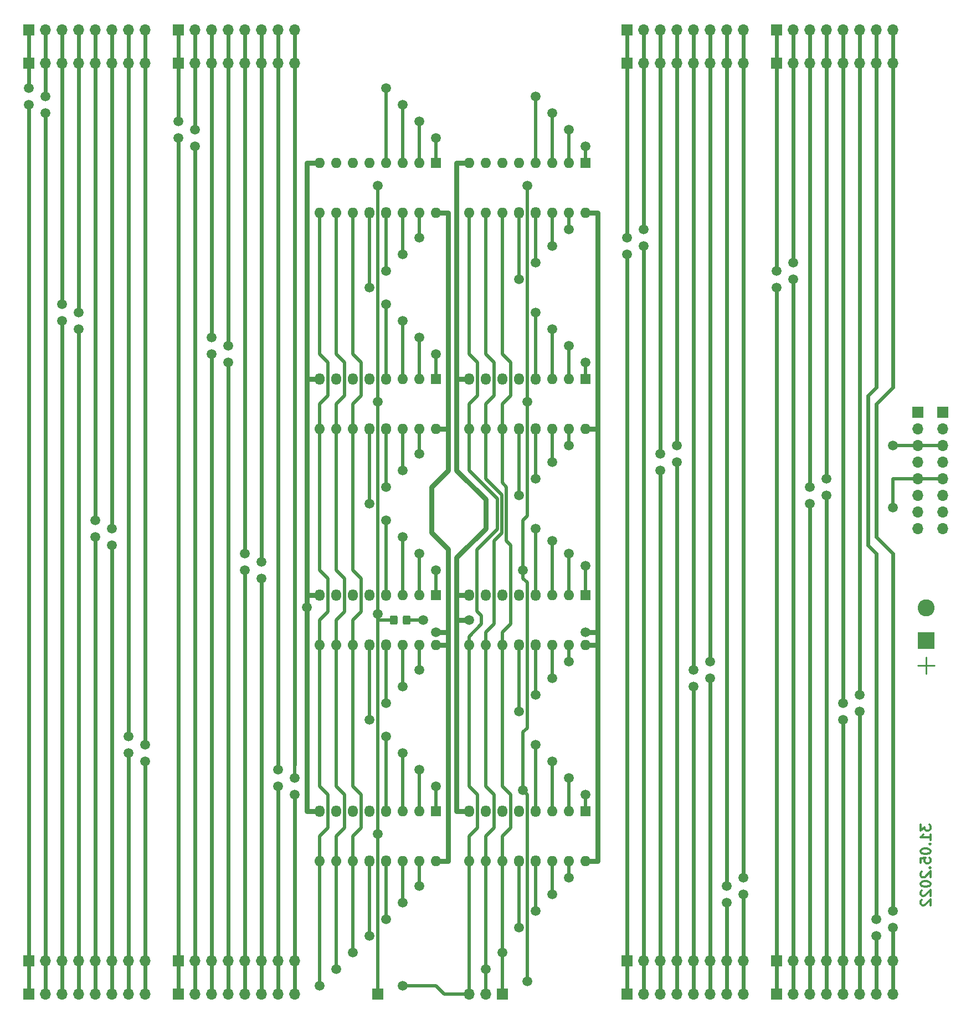
<source format=gbr>
%TF.GenerationSoftware,KiCad,Pcbnew,(5.1.8)-1*%
%TF.CreationDate,2022-06-07T22:38:19+03:00*%
%TF.ProjectId,MUX,4d55582e-6b69-4636-9164-5f7063625858,rev?*%
%TF.SameCoordinates,Original*%
%TF.FileFunction,Copper,L2,Bot*%
%TF.FilePolarity,Positive*%
%FSLAX46Y46*%
G04 Gerber Fmt 4.6, Leading zero omitted, Abs format (unit mm)*
G04 Created by KiCad (PCBNEW (5.1.8)-1) date 2022-06-07 22:38:19*
%MOMM*%
%LPD*%
G01*
G04 APERTURE LIST*
%TA.AperFunction,NonConductor*%
%ADD10C,0.300000*%
%TD*%
%TA.AperFunction,ComponentPad*%
%ADD11R,1.700000X1.700000*%
%TD*%
%TA.AperFunction,ComponentPad*%
%ADD12O,1.700000X1.700000*%
%TD*%
%TA.AperFunction,ComponentPad*%
%ADD13R,1.600000X1.600000*%
%TD*%
%TA.AperFunction,ComponentPad*%
%ADD14O,1.600000X1.600000*%
%TD*%
%TA.AperFunction,ComponentPad*%
%ADD15O,1.500000X1.800000*%
%TD*%
%TA.AperFunction,ComponentPad*%
%ADD16R,2.600000X2.600000*%
%TD*%
%TA.AperFunction,ComponentPad*%
%ADD17C,2.600000*%
%TD*%
%TA.AperFunction,ViaPad*%
%ADD18C,1.500000*%
%TD*%
%TA.AperFunction,Conductor*%
%ADD19C,0.250000*%
%TD*%
%TA.AperFunction,Conductor*%
%ADD20C,0.600000*%
%TD*%
%TA.AperFunction,Conductor*%
%ADD21C,0.500000*%
%TD*%
%TA.AperFunction,Conductor*%
%ADD22C,0.800000*%
%TD*%
G04 APERTURE END LIST*
D10*
X175708571Y-151900714D02*
X175708571Y-152829285D01*
X176280000Y-152329285D01*
X176280000Y-152543571D01*
X176351428Y-152686428D01*
X176422857Y-152757857D01*
X176565714Y-152829285D01*
X176922857Y-152829285D01*
X177065714Y-152757857D01*
X177137142Y-152686428D01*
X177208571Y-152543571D01*
X177208571Y-152115000D01*
X177137142Y-151972142D01*
X177065714Y-151900714D01*
X177208571Y-154257857D02*
X177208571Y-153400714D01*
X177208571Y-153829285D02*
X175708571Y-153829285D01*
X175922857Y-153686428D01*
X176065714Y-153543571D01*
X176137142Y-153400714D01*
X177065714Y-154900714D02*
X177137142Y-154972142D01*
X177208571Y-154900714D01*
X177137142Y-154829285D01*
X177065714Y-154900714D01*
X177208571Y-154900714D01*
X175708571Y-155900714D02*
X175708571Y-156043571D01*
X175780000Y-156186428D01*
X175851428Y-156257857D01*
X175994285Y-156329285D01*
X176280000Y-156400714D01*
X176637142Y-156400714D01*
X176922857Y-156329285D01*
X177065714Y-156257857D01*
X177137142Y-156186428D01*
X177208571Y-156043571D01*
X177208571Y-155900714D01*
X177137142Y-155757857D01*
X177065714Y-155686428D01*
X176922857Y-155615000D01*
X176637142Y-155543571D01*
X176280000Y-155543571D01*
X175994285Y-155615000D01*
X175851428Y-155686428D01*
X175780000Y-155757857D01*
X175708571Y-155900714D01*
X175708571Y-157757857D02*
X175708571Y-157043571D01*
X176422857Y-156972142D01*
X176351428Y-157043571D01*
X176280000Y-157186428D01*
X176280000Y-157543571D01*
X176351428Y-157686428D01*
X176422857Y-157757857D01*
X176565714Y-157829285D01*
X176922857Y-157829285D01*
X177065714Y-157757857D01*
X177137142Y-157686428D01*
X177208571Y-157543571D01*
X177208571Y-157186428D01*
X177137142Y-157043571D01*
X177065714Y-156972142D01*
X177065714Y-158472142D02*
X177137142Y-158543571D01*
X177208571Y-158472142D01*
X177137142Y-158400714D01*
X177065714Y-158472142D01*
X177208571Y-158472142D01*
X175851428Y-159115000D02*
X175780000Y-159186428D01*
X175708571Y-159329285D01*
X175708571Y-159686428D01*
X175780000Y-159829285D01*
X175851428Y-159900714D01*
X175994285Y-159972142D01*
X176137142Y-159972142D01*
X176351428Y-159900714D01*
X177208571Y-159043571D01*
X177208571Y-159972142D01*
X175708571Y-160900714D02*
X175708571Y-161043571D01*
X175780000Y-161186428D01*
X175851428Y-161257857D01*
X175994285Y-161329285D01*
X176280000Y-161400714D01*
X176637142Y-161400714D01*
X176922857Y-161329285D01*
X177065714Y-161257857D01*
X177137142Y-161186428D01*
X177208571Y-161043571D01*
X177208571Y-160900714D01*
X177137142Y-160757857D01*
X177065714Y-160686428D01*
X176922857Y-160615000D01*
X176637142Y-160543571D01*
X176280000Y-160543571D01*
X175994285Y-160615000D01*
X175851428Y-160686428D01*
X175780000Y-160757857D01*
X175708571Y-160900714D01*
X175851428Y-161972142D02*
X175780000Y-162043571D01*
X175708571Y-162186428D01*
X175708571Y-162543571D01*
X175780000Y-162686428D01*
X175851428Y-162757857D01*
X175994285Y-162829285D01*
X176137142Y-162829285D01*
X176351428Y-162757857D01*
X177208571Y-161900714D01*
X177208571Y-162829285D01*
X175851428Y-163400714D02*
X175780000Y-163472142D01*
X175708571Y-163615000D01*
X175708571Y-163972142D01*
X175780000Y-164115000D01*
X175851428Y-164186428D01*
X175994285Y-164257857D01*
X176137142Y-164257857D01*
X176351428Y-164186428D01*
X177208571Y-163329285D01*
X177208571Y-164257857D01*
D11*
%TO.P,J1,1*%
%TO.N,/A0*%
X39370000Y-35560000D03*
D12*
%TO.P,J1,2*%
%TO.N,/A1*%
X41910000Y-35560000D03*
%TO.P,J1,3*%
%TO.N,/A2*%
X44450000Y-35560000D03*
%TO.P,J1,4*%
%TO.N,/A3*%
X46990000Y-35560000D03*
%TO.P,J1,5*%
%TO.N,/A4*%
X49530000Y-35560000D03*
%TO.P,J1,6*%
%TO.N,/A5*%
X52070000Y-35560000D03*
%TO.P,J1,7*%
%TO.N,/A6*%
X54610000Y-35560000D03*
%TO.P,J1,8*%
%TO.N,/A7*%
X57150000Y-35560000D03*
%TD*%
D11*
%TO.P,J2,1*%
%TO.N,/E0*%
X130810000Y-35560000D03*
D12*
%TO.P,J2,2*%
%TO.N,/E1*%
X133350000Y-35560000D03*
%TO.P,J2,3*%
%TO.N,/E2*%
X135890000Y-35560000D03*
%TO.P,J2,4*%
%TO.N,/E3*%
X138430000Y-35560000D03*
%TO.P,J2,5*%
%TO.N,/E4*%
X140970000Y-35560000D03*
%TO.P,J2,6*%
%TO.N,/E5*%
X143510000Y-35560000D03*
%TO.P,J2,7*%
%TO.N,/E6*%
X146050000Y-35560000D03*
%TO.P,J2,8*%
%TO.N,/E7*%
X148590000Y-35560000D03*
%TD*%
%TO.P,J3,8*%
%TO.N,/B7*%
X57150000Y-177800000D03*
%TO.P,J3,7*%
%TO.N,/B6*%
X54610000Y-177800000D03*
%TO.P,J3,6*%
%TO.N,/B5*%
X52070000Y-177800000D03*
%TO.P,J3,5*%
%TO.N,/B4*%
X49530000Y-177800000D03*
%TO.P,J3,4*%
%TO.N,/B3*%
X46990000Y-177800000D03*
%TO.P,J3,3*%
%TO.N,/B2*%
X44450000Y-177800000D03*
%TO.P,J3,2*%
%TO.N,/B1*%
X41910000Y-177800000D03*
D11*
%TO.P,J3,1*%
%TO.N,/B0*%
X39370000Y-177800000D03*
%TD*%
D12*
%TO.P,J4,8*%
%TO.N,/F7*%
X148590000Y-177800000D03*
%TO.P,J4,7*%
%TO.N,/F6*%
X146050000Y-177800000D03*
%TO.P,J4,6*%
%TO.N,/F5*%
X143510000Y-177800000D03*
%TO.P,J4,5*%
%TO.N,/F4*%
X140970000Y-177800000D03*
%TO.P,J4,4*%
%TO.N,/F3*%
X138430000Y-177800000D03*
%TO.P,J4,3*%
%TO.N,/F2*%
X135890000Y-177800000D03*
%TO.P,J4,2*%
%TO.N,/F1*%
X133350000Y-177800000D03*
D11*
%TO.P,J4,1*%
%TO.N,/F0*%
X130810000Y-177800000D03*
%TD*%
%TO.P,J5,1*%
%TO.N,/C0*%
X62230000Y-30480000D03*
D12*
%TO.P,J5,2*%
%TO.N,/C1*%
X64770000Y-30480000D03*
%TO.P,J5,3*%
%TO.N,/C2*%
X67310000Y-30480000D03*
%TO.P,J5,4*%
%TO.N,/C3*%
X69850000Y-30480000D03*
%TO.P,J5,5*%
%TO.N,/C4*%
X72390000Y-30480000D03*
%TO.P,J5,6*%
%TO.N,/C5*%
X74930000Y-30480000D03*
%TO.P,J5,7*%
%TO.N,/C6*%
X77470000Y-30480000D03*
%TO.P,J5,8*%
%TO.N,/C7*%
X80010000Y-30480000D03*
%TD*%
D11*
%TO.P,J6,1*%
%TO.N,/G0*%
X153670000Y-30480000D03*
D12*
%TO.P,J6,2*%
%TO.N,/G1*%
X156210000Y-30480000D03*
%TO.P,J6,3*%
%TO.N,/G2*%
X158750000Y-30480000D03*
%TO.P,J6,4*%
%TO.N,/G3*%
X161290000Y-30480000D03*
%TO.P,J6,5*%
%TO.N,/G4*%
X163830000Y-30480000D03*
%TO.P,J6,6*%
%TO.N,/G5*%
X166370000Y-30480000D03*
%TO.P,J6,7*%
%TO.N,/G6*%
X168910000Y-30480000D03*
%TO.P,J6,8*%
%TO.N,/G7*%
X171450000Y-30480000D03*
%TD*%
%TO.P,J7,8*%
%TO.N,/D7*%
X80010000Y-177800000D03*
%TO.P,J7,7*%
%TO.N,/D6*%
X77470000Y-177800000D03*
%TO.P,J7,6*%
%TO.N,/D5*%
X74930000Y-177800000D03*
%TO.P,J7,5*%
%TO.N,/D4*%
X72390000Y-177800000D03*
%TO.P,J7,4*%
%TO.N,/D3*%
X69850000Y-177800000D03*
%TO.P,J7,3*%
%TO.N,/D2*%
X67310000Y-177800000D03*
%TO.P,J7,2*%
%TO.N,/D1*%
X64770000Y-177800000D03*
D11*
%TO.P,J7,1*%
%TO.N,/D0*%
X62230000Y-177800000D03*
%TD*%
D12*
%TO.P,J8,8*%
%TO.N,/H7*%
X171450000Y-172720000D03*
%TO.P,J8,7*%
%TO.N,/H6*%
X168910000Y-172720000D03*
%TO.P,J8,6*%
%TO.N,/H5*%
X166370000Y-172720000D03*
%TO.P,J8,5*%
%TO.N,/H4*%
X163830000Y-172720000D03*
%TO.P,J8,4*%
%TO.N,/H3*%
X161290000Y-172720000D03*
%TO.P,J8,3*%
%TO.N,/H2*%
X158750000Y-172720000D03*
%TO.P,J8,2*%
%TO.N,/H1*%
X156210000Y-172720000D03*
D11*
%TO.P,J8,1*%
%TO.N,/H0*%
X153670000Y-172720000D03*
%TD*%
D13*
%TO.P,U1,1*%
%TO.N,/D0*%
X101600000Y-50800000D03*
D14*
%TO.P,U1,9*%
%TO.N,/S2*%
X83820000Y-58420000D03*
%TO.P,U1,2*%
%TO.N,/C0*%
X99060000Y-50800000D03*
%TO.P,U1,10*%
%TO.N,/S1*%
X86360000Y-58420000D03*
%TO.P,U1,3*%
%TO.N,/B0*%
X96520000Y-50800000D03*
%TO.P,U1,11*%
%TO.N,/S0*%
X88900000Y-58420000D03*
%TO.P,U1,4*%
%TO.N,/A0*%
X93980000Y-50800000D03*
D15*
%TO.P,U1,12*%
%TO.N,/H0*%
X91440000Y-58420000D03*
D14*
%TO.P,U1,5*%
%TO.N,/O0*%
X91440000Y-50800000D03*
D15*
%TO.P,U1,13*%
%TO.N,/G0*%
X93980000Y-58420000D03*
D14*
%TO.P,U1,6*%
%TO.N,Net-(U1-Pad6)*%
X88900000Y-50800000D03*
%TO.P,U1,14*%
%TO.N,/F0*%
X96520000Y-58420000D03*
%TO.P,U1,7*%
%TO.N,/~E*%
X86360000Y-50800000D03*
%TO.P,U1,15*%
%TO.N,/E0*%
X99060000Y-58420000D03*
%TO.P,U1,8*%
%TO.N,GND*%
X83820000Y-50800000D03*
%TO.P,U1,16*%
%TO.N,VCC*%
X101600000Y-58420000D03*
%TD*%
%TO.P,U2,16*%
%TO.N,VCC*%
X124460000Y-58420000D03*
%TO.P,U2,8*%
%TO.N,GND*%
X106680000Y-50800000D03*
%TO.P,U2,15*%
%TO.N,/E1*%
X121920000Y-58420000D03*
%TO.P,U2,7*%
%TO.N,/~E*%
X109220000Y-50800000D03*
%TO.P,U2,14*%
%TO.N,/F1*%
X119380000Y-58420000D03*
%TO.P,U2,6*%
%TO.N,Net-(U2-Pad6)*%
X111760000Y-50800000D03*
D15*
%TO.P,U2,13*%
%TO.N,/G1*%
X116840000Y-58420000D03*
D14*
%TO.P,U2,5*%
%TO.N,/O1*%
X114300000Y-50800000D03*
D15*
%TO.P,U2,12*%
%TO.N,/H1*%
X114300000Y-58420000D03*
D14*
%TO.P,U2,4*%
%TO.N,/A1*%
X116840000Y-50800000D03*
%TO.P,U2,11*%
%TO.N,/S0*%
X111760000Y-58420000D03*
%TO.P,U2,3*%
%TO.N,/B1*%
X119380000Y-50800000D03*
%TO.P,U2,10*%
%TO.N,/S1*%
X109220000Y-58420000D03*
%TO.P,U2,2*%
%TO.N,/C1*%
X121920000Y-50800000D03*
%TO.P,U2,9*%
%TO.N,/S2*%
X106680000Y-58420000D03*
D13*
%TO.P,U2,1*%
%TO.N,/D1*%
X124460000Y-50800000D03*
%TD*%
%TO.P,U3,1*%
%TO.N,/D2*%
X101600000Y-83820000D03*
D14*
%TO.P,U3,9*%
%TO.N,/S2*%
X83820000Y-91440000D03*
%TO.P,U3,2*%
%TO.N,/C2*%
X99060000Y-83820000D03*
%TO.P,U3,10*%
%TO.N,/S1*%
X86360000Y-91440000D03*
%TO.P,U3,3*%
%TO.N,/B2*%
X96520000Y-83820000D03*
%TO.P,U3,11*%
%TO.N,/S0*%
X88900000Y-91440000D03*
D15*
%TO.P,U3,4*%
%TO.N,/A2*%
X93980000Y-83820000D03*
%TO.P,U3,12*%
%TO.N,/H2*%
X91440000Y-91440000D03*
%TO.P,U3,5*%
%TO.N,/O2*%
X91440000Y-83820000D03*
%TO.P,U3,13*%
%TO.N,/G2*%
X93980000Y-91440000D03*
%TO.P,U3,6*%
%TO.N,Net-(U3-Pad6)*%
X88900000Y-83820000D03*
D14*
%TO.P,U3,14*%
%TO.N,/F2*%
X96520000Y-91440000D03*
D15*
%TO.P,U3,7*%
%TO.N,/~E*%
X86360000Y-83820000D03*
D14*
%TO.P,U3,15*%
%TO.N,/E2*%
X99060000Y-91440000D03*
D15*
%TO.P,U3,8*%
%TO.N,GND*%
X83820000Y-83820000D03*
D14*
%TO.P,U3,16*%
%TO.N,VCC*%
X101600000Y-91440000D03*
%TD*%
%TO.P,U4,16*%
%TO.N,VCC*%
X124460000Y-91440000D03*
D15*
%TO.P,U4,8*%
%TO.N,GND*%
X106680000Y-83820000D03*
D14*
%TO.P,U4,15*%
%TO.N,/E3*%
X121920000Y-91440000D03*
D15*
%TO.P,U4,7*%
%TO.N,/~E*%
X109220000Y-83820000D03*
D14*
%TO.P,U4,14*%
%TO.N,/F3*%
X119380000Y-91440000D03*
D15*
%TO.P,U4,6*%
%TO.N,Net-(U4-Pad6)*%
X111760000Y-83820000D03*
%TO.P,U4,13*%
%TO.N,/G3*%
X116840000Y-91440000D03*
%TO.P,U4,5*%
%TO.N,/O3*%
X114300000Y-83820000D03*
%TO.P,U4,12*%
%TO.N,/H3*%
X114300000Y-91440000D03*
%TO.P,U4,4*%
%TO.N,/A3*%
X116840000Y-83820000D03*
D14*
%TO.P,U4,11*%
%TO.N,/S0*%
X111760000Y-91440000D03*
%TO.P,U4,3*%
%TO.N,/B3*%
X119380000Y-83820000D03*
%TO.P,U4,10*%
%TO.N,/S1*%
X109220000Y-91440000D03*
%TO.P,U4,2*%
%TO.N,/C3*%
X121920000Y-83820000D03*
%TO.P,U4,9*%
%TO.N,/S2*%
X106680000Y-91440000D03*
D13*
%TO.P,U4,1*%
%TO.N,/D3*%
X124460000Y-83820000D03*
%TD*%
%TO.P,U5,1*%
%TO.N,/D4*%
X101600000Y-116840000D03*
D14*
%TO.P,U5,9*%
%TO.N,/S2*%
X83820000Y-124460000D03*
%TO.P,U5,2*%
%TO.N,/C4*%
X99060000Y-116840000D03*
%TO.P,U5,10*%
%TO.N,/S1*%
X86360000Y-124460000D03*
%TO.P,U5,3*%
%TO.N,/B4*%
X96520000Y-116840000D03*
%TO.P,U5,11*%
%TO.N,/S0*%
X88900000Y-124460000D03*
D15*
%TO.P,U5,4*%
%TO.N,/A4*%
X93980000Y-116840000D03*
%TO.P,U5,12*%
%TO.N,/H4*%
X91440000Y-124460000D03*
%TO.P,U5,5*%
%TO.N,/O4*%
X91440000Y-116840000D03*
%TO.P,U5,13*%
%TO.N,/G4*%
X93980000Y-124460000D03*
%TO.P,U5,6*%
%TO.N,Net-(U5-Pad6)*%
X88900000Y-116840000D03*
D14*
%TO.P,U5,14*%
%TO.N,/F4*%
X96520000Y-124460000D03*
D15*
%TO.P,U5,7*%
%TO.N,/~E*%
X86360000Y-116840000D03*
D14*
%TO.P,U5,15*%
%TO.N,/E4*%
X99060000Y-124460000D03*
D15*
%TO.P,U5,8*%
%TO.N,GND*%
X83820000Y-116840000D03*
D14*
%TO.P,U5,16*%
%TO.N,VCC*%
X101600000Y-124460000D03*
%TD*%
%TO.P,U6,16*%
%TO.N,VCC*%
X124460000Y-124460000D03*
D15*
%TO.P,U6,8*%
%TO.N,GND*%
X106680000Y-116840000D03*
D14*
%TO.P,U6,15*%
%TO.N,/E5*%
X121920000Y-124460000D03*
D15*
%TO.P,U6,7*%
%TO.N,/~E*%
X109220000Y-116840000D03*
D14*
%TO.P,U6,14*%
%TO.N,/F5*%
X119380000Y-124460000D03*
D15*
%TO.P,U6,6*%
%TO.N,Net-(U6-Pad6)*%
X111760000Y-116840000D03*
%TO.P,U6,13*%
%TO.N,/G5*%
X116840000Y-124460000D03*
%TO.P,U6,5*%
%TO.N,/O5*%
X114300000Y-116840000D03*
%TO.P,U6,12*%
%TO.N,/H5*%
X114300000Y-124460000D03*
%TO.P,U6,4*%
%TO.N,/A5*%
X116840000Y-116840000D03*
D14*
%TO.P,U6,11*%
%TO.N,/S0*%
X111760000Y-124460000D03*
%TO.P,U6,3*%
%TO.N,/B5*%
X119380000Y-116840000D03*
%TO.P,U6,10*%
%TO.N,/S1*%
X109220000Y-124460000D03*
%TO.P,U6,2*%
%TO.N,/C5*%
X121920000Y-116840000D03*
%TO.P,U6,9*%
%TO.N,/S2*%
X106680000Y-124460000D03*
D13*
%TO.P,U6,1*%
%TO.N,/D5*%
X124460000Y-116840000D03*
%TD*%
%TO.P,U7,1*%
%TO.N,/D6*%
X101600000Y-149860000D03*
D14*
%TO.P,U7,9*%
%TO.N,/S2*%
X83820000Y-157480000D03*
%TO.P,U7,2*%
%TO.N,/C6*%
X99060000Y-149860000D03*
%TO.P,U7,10*%
%TO.N,/S1*%
X86360000Y-157480000D03*
%TO.P,U7,3*%
%TO.N,/B6*%
X96520000Y-149860000D03*
%TO.P,U7,11*%
%TO.N,/S0*%
X88900000Y-157480000D03*
D15*
%TO.P,U7,4*%
%TO.N,/A6*%
X93980000Y-149860000D03*
%TO.P,U7,12*%
%TO.N,/H6*%
X91440000Y-157480000D03*
%TO.P,U7,5*%
%TO.N,/O6*%
X91440000Y-149860000D03*
%TO.P,U7,13*%
%TO.N,/G6*%
X93980000Y-157480000D03*
%TO.P,U7,6*%
%TO.N,Net-(U7-Pad6)*%
X88900000Y-149860000D03*
D14*
%TO.P,U7,14*%
%TO.N,/F6*%
X96520000Y-157480000D03*
D15*
%TO.P,U7,7*%
%TO.N,/~E*%
X86360000Y-149860000D03*
D14*
%TO.P,U7,15*%
%TO.N,/E6*%
X99060000Y-157480000D03*
D15*
%TO.P,U7,8*%
%TO.N,GND*%
X83820000Y-149860000D03*
D14*
%TO.P,U7,16*%
%TO.N,VCC*%
X101600000Y-157480000D03*
%TD*%
%TO.P,U8,16*%
%TO.N,VCC*%
X124460000Y-157480000D03*
D15*
%TO.P,U8,8*%
%TO.N,GND*%
X106680000Y-149860000D03*
D14*
%TO.P,U8,15*%
%TO.N,/E7*%
X121920000Y-157480000D03*
D15*
%TO.P,U8,7*%
%TO.N,/~E*%
X109220000Y-149860000D03*
D14*
%TO.P,U8,14*%
%TO.N,/F7*%
X119380000Y-157480000D03*
D15*
%TO.P,U8,6*%
%TO.N,Net-(U8-Pad6)*%
X111760000Y-149860000D03*
%TO.P,U8,13*%
%TO.N,/G7*%
X116840000Y-157480000D03*
%TO.P,U8,5*%
%TO.N,/O7*%
X114300000Y-149860000D03*
%TO.P,U8,12*%
%TO.N,/H7*%
X114300000Y-157480000D03*
%TO.P,U8,4*%
%TO.N,/A7*%
X116840000Y-149860000D03*
D14*
%TO.P,U8,11*%
%TO.N,/S0*%
X111760000Y-157480000D03*
%TO.P,U8,3*%
%TO.N,/B7*%
X119380000Y-149860000D03*
%TO.P,U8,10*%
%TO.N,/S1*%
X109220000Y-157480000D03*
%TO.P,U8,2*%
%TO.N,/C7*%
X121920000Y-149860000D03*
%TO.P,U8,9*%
%TO.N,/S2*%
X106680000Y-157480000D03*
D13*
%TO.P,U8,1*%
%TO.N,/D7*%
X124460000Y-149860000D03*
%TD*%
D16*
%TO.P,J9,1*%
%TO.N,VCC*%
X176530000Y-123825000D03*
D17*
%TO.P,J9,2*%
%TO.N,GND*%
X176530000Y-118825000D03*
%TD*%
D11*
%TO.P,J10,1*%
%TO.N,/S0*%
X111760000Y-177800000D03*
D12*
%TO.P,J10,2*%
%TO.N,/S1*%
X109220000Y-177800000D03*
%TO.P,J10,3*%
%TO.N,/S2*%
X106680000Y-177800000D03*
%TD*%
D11*
%TO.P,J11,1*%
%TO.N,/O0*%
X175260000Y-88900000D03*
D12*
%TO.P,J11,2*%
%TO.N,/O1*%
X175260000Y-91440000D03*
%TO.P,J11,3*%
%TO.N,/O2*%
X175260000Y-93980000D03*
%TO.P,J11,4*%
%TO.N,/O3*%
X175260000Y-96520000D03*
%TO.P,J11,5*%
%TO.N,/O4*%
X175260000Y-99060000D03*
%TO.P,J11,6*%
%TO.N,/O5*%
X175260000Y-101600000D03*
%TO.P,J11,7*%
%TO.N,/O6*%
X175260000Y-104140000D03*
%TO.P,J11,8*%
%TO.N,/O7*%
X175260000Y-106680000D03*
%TD*%
D11*
%TO.P,J12,1*%
%TO.N,/A0*%
X39370000Y-30480000D03*
D12*
%TO.P,J12,2*%
%TO.N,/A1*%
X41910000Y-30480000D03*
%TO.P,J12,3*%
%TO.N,/A2*%
X44450000Y-30480000D03*
%TO.P,J12,4*%
%TO.N,/A3*%
X46990000Y-30480000D03*
%TO.P,J12,5*%
%TO.N,/A4*%
X49530000Y-30480000D03*
%TO.P,J12,6*%
%TO.N,/A5*%
X52070000Y-30480000D03*
%TO.P,J12,7*%
%TO.N,/A6*%
X54610000Y-30480000D03*
%TO.P,J12,8*%
%TO.N,/A7*%
X57150000Y-30480000D03*
%TD*%
D11*
%TO.P,J13,1*%
%TO.N,/E0*%
X130810000Y-30480000D03*
D12*
%TO.P,J13,2*%
%TO.N,/E1*%
X133350000Y-30480000D03*
%TO.P,J13,3*%
%TO.N,/E2*%
X135890000Y-30480000D03*
%TO.P,J13,4*%
%TO.N,/E3*%
X138430000Y-30480000D03*
%TO.P,J13,5*%
%TO.N,/E4*%
X140970000Y-30480000D03*
%TO.P,J13,6*%
%TO.N,/E5*%
X143510000Y-30480000D03*
%TO.P,J13,7*%
%TO.N,/E6*%
X146050000Y-30480000D03*
%TO.P,J13,8*%
%TO.N,/E7*%
X148590000Y-30480000D03*
%TD*%
%TO.P,J14,8*%
%TO.N,/B7*%
X57150000Y-172720000D03*
%TO.P,J14,7*%
%TO.N,/B6*%
X54610000Y-172720000D03*
%TO.P,J14,6*%
%TO.N,/B5*%
X52070000Y-172720000D03*
%TO.P,J14,5*%
%TO.N,/B4*%
X49530000Y-172720000D03*
%TO.P,J14,4*%
%TO.N,/B3*%
X46990000Y-172720000D03*
%TO.P,J14,3*%
%TO.N,/B2*%
X44450000Y-172720000D03*
%TO.P,J14,2*%
%TO.N,/B1*%
X41910000Y-172720000D03*
D11*
%TO.P,J14,1*%
%TO.N,/B0*%
X39370000Y-172720000D03*
%TD*%
D12*
%TO.P,J15,8*%
%TO.N,/F7*%
X148590000Y-172720000D03*
%TO.P,J15,7*%
%TO.N,/F6*%
X146050000Y-172720000D03*
%TO.P,J15,6*%
%TO.N,/F5*%
X143510000Y-172720000D03*
%TO.P,J15,5*%
%TO.N,/F4*%
X140970000Y-172720000D03*
%TO.P,J15,4*%
%TO.N,/F3*%
X138430000Y-172720000D03*
%TO.P,J15,3*%
%TO.N,/F2*%
X135890000Y-172720000D03*
%TO.P,J15,2*%
%TO.N,/F1*%
X133350000Y-172720000D03*
D11*
%TO.P,J15,1*%
%TO.N,/F0*%
X130810000Y-172720000D03*
%TD*%
%TO.P,J16,1*%
%TO.N,/C0*%
X62230000Y-35560000D03*
D12*
%TO.P,J16,2*%
%TO.N,/C1*%
X64770000Y-35560000D03*
%TO.P,J16,3*%
%TO.N,/C2*%
X67310000Y-35560000D03*
%TO.P,J16,4*%
%TO.N,/C3*%
X69850000Y-35560000D03*
%TO.P,J16,5*%
%TO.N,/C4*%
X72390000Y-35560000D03*
%TO.P,J16,6*%
%TO.N,/C5*%
X74930000Y-35560000D03*
%TO.P,J16,7*%
%TO.N,/C6*%
X77470000Y-35560000D03*
%TO.P,J16,8*%
%TO.N,/C7*%
X80010000Y-35560000D03*
%TD*%
D11*
%TO.P,J17,1*%
%TO.N,/G0*%
X153670000Y-35560000D03*
D12*
%TO.P,J17,2*%
%TO.N,/G1*%
X156210000Y-35560000D03*
%TO.P,J17,3*%
%TO.N,/G2*%
X158750000Y-35560000D03*
%TO.P,J17,4*%
%TO.N,/G3*%
X161290000Y-35560000D03*
%TO.P,J17,5*%
%TO.N,/G4*%
X163830000Y-35560000D03*
%TO.P,J17,6*%
%TO.N,/G5*%
X166370000Y-35560000D03*
%TO.P,J17,7*%
%TO.N,/G6*%
X168910000Y-35560000D03*
%TO.P,J17,8*%
%TO.N,/G7*%
X171450000Y-35560000D03*
%TD*%
%TO.P,J18,8*%
%TO.N,/D7*%
X80010000Y-172720000D03*
%TO.P,J18,7*%
%TO.N,/D6*%
X77470000Y-172720000D03*
%TO.P,J18,6*%
%TO.N,/D5*%
X74930000Y-172720000D03*
%TO.P,J18,5*%
%TO.N,/D4*%
X72390000Y-172720000D03*
%TO.P,J18,4*%
%TO.N,/D3*%
X69850000Y-172720000D03*
%TO.P,J18,3*%
%TO.N,/D2*%
X67310000Y-172720000D03*
%TO.P,J18,2*%
%TO.N,/D1*%
X64770000Y-172720000D03*
D11*
%TO.P,J18,1*%
%TO.N,/D0*%
X62230000Y-172720000D03*
%TD*%
D12*
%TO.P,J19,8*%
%TO.N,/H7*%
X171450000Y-177800000D03*
%TO.P,J19,7*%
%TO.N,/H6*%
X168910000Y-177800000D03*
%TO.P,J19,6*%
%TO.N,/H5*%
X166370000Y-177800000D03*
%TO.P,J19,5*%
%TO.N,/H4*%
X163830000Y-177800000D03*
%TO.P,J19,4*%
%TO.N,/H3*%
X161290000Y-177800000D03*
%TO.P,J19,3*%
%TO.N,/H2*%
X158750000Y-177800000D03*
%TO.P,J19,2*%
%TO.N,/H1*%
X156210000Y-177800000D03*
D11*
%TO.P,J19,1*%
%TO.N,/H0*%
X153670000Y-177800000D03*
%TD*%
%TO.P,J20,1*%
%TO.N,/~E*%
X92710000Y-177800000D03*
%TD*%
%TO.P,R1,1*%
%TO.N,/~E*%
%TA.AperFunction,SMDPad,CuDef*%
G36*
G01*
X94555000Y-121100001D02*
X94555000Y-120199999D01*
G75*
G02*
X94804999Y-119950000I249999J0D01*
G01*
X95505001Y-119950000D01*
G75*
G02*
X95755000Y-120199999I0J-249999D01*
G01*
X95755000Y-121100001D01*
G75*
G02*
X95505001Y-121350000I-249999J0D01*
G01*
X94804999Y-121350000D01*
G75*
G02*
X94555000Y-121100001I0J249999D01*
G01*
G37*
%TD.AperFunction*%
%TO.P,R1,2*%
%TO.N,GND*%
%TA.AperFunction,SMDPad,CuDef*%
G36*
G01*
X96555000Y-121100001D02*
X96555000Y-120199999D01*
G75*
G02*
X96804999Y-119950000I249999J0D01*
G01*
X97505001Y-119950000D01*
G75*
G02*
X97755000Y-120199999I0J-249999D01*
G01*
X97755000Y-121100001D01*
G75*
G02*
X97505001Y-121350000I-249999J0D01*
G01*
X96804999Y-121350000D01*
G75*
G02*
X96555000Y-121100001I0J249999D01*
G01*
G37*
%TD.AperFunction*%
%TD*%
%TO.P,J21,1*%
%TO.N,/O0*%
X179070000Y-88900000D03*
D12*
%TO.P,J21,2*%
%TO.N,/O1*%
X179070000Y-91440000D03*
%TO.P,J21,3*%
%TO.N,/O2*%
X179070000Y-93980000D03*
%TO.P,J21,4*%
%TO.N,/O3*%
X179070000Y-96520000D03*
%TO.P,J21,5*%
%TO.N,/O4*%
X179070000Y-99060000D03*
%TO.P,J21,6*%
%TO.N,/O5*%
X179070000Y-101600000D03*
%TO.P,J21,7*%
%TO.N,/O6*%
X179070000Y-104140000D03*
%TO.P,J21,8*%
%TO.N,/O7*%
X179070000Y-106680000D03*
%TD*%
D18*
%TO.N,/A0*%
X39370000Y-39370000D03*
X93980000Y-39370000D03*
%TO.N,/A1*%
X116840000Y-40640000D03*
X41910000Y-40640000D03*
%TO.N,/A2*%
X93980000Y-72390000D03*
X44450000Y-72390000D03*
%TO.N,/A3*%
X116840000Y-73660000D03*
X46990000Y-73660000D03*
%TO.N,/A4*%
X93980000Y-105410000D03*
X49530000Y-105410000D03*
%TO.N,/A5*%
X116840000Y-106680000D03*
X52070000Y-106680000D03*
%TO.N,/A6*%
X93980000Y-138430000D03*
X54610000Y-138430000D03*
%TO.N,/A7*%
X116840000Y-139700000D03*
X57150000Y-139700000D03*
%TO.N,/E0*%
X99060000Y-62230000D03*
X130810000Y-62230000D03*
%TO.N,/E1*%
X121920000Y-60960000D03*
X133350000Y-60960000D03*
%TO.N,/E2*%
X99060000Y-95250000D03*
X135890000Y-95250000D03*
%TO.N,/E3*%
X121920000Y-93980000D03*
X138430000Y-93980000D03*
%TO.N,/E4*%
X99060000Y-128270000D03*
X140970000Y-128270000D03*
%TO.N,/E5*%
X121920000Y-127000000D03*
X143510000Y-127000000D03*
%TO.N,/E6*%
X99060000Y-161290000D03*
X146050000Y-161290000D03*
%TO.N,/E7*%
X121920000Y-160020000D03*
X148590000Y-160020000D03*
%TO.N,/B7*%
X119380000Y-142240000D03*
X57150000Y-142240000D03*
%TO.N,/B6*%
X96520000Y-140970000D03*
X54610000Y-140970000D03*
%TO.N,/B5*%
X119380000Y-108585000D03*
X52070000Y-109220000D03*
%TO.N,/B4*%
X96520000Y-107950000D03*
X49530000Y-107950000D03*
%TO.N,/B3*%
X119380000Y-76200000D03*
X46990000Y-76200000D03*
%TO.N,/B2*%
X96520000Y-74930000D03*
X44450000Y-74930000D03*
%TO.N,/B1*%
X119380000Y-43180000D03*
X41910000Y-43180000D03*
%TO.N,/B0*%
X39370000Y-41910000D03*
X96520000Y-41910000D03*
%TO.N,/F7*%
X119380000Y-162560000D03*
X148590000Y-162560000D03*
%TO.N,/F6*%
X96520000Y-163830000D03*
X146050000Y-163830000D03*
%TO.N,/F5*%
X119380000Y-129540000D03*
X143510000Y-129540000D03*
%TO.N,/F4*%
X96520000Y-130810000D03*
X140970000Y-130810000D03*
%TO.N,/F3*%
X119380000Y-96520000D03*
X138430000Y-96520000D03*
%TO.N,/F2*%
X96520000Y-97790000D03*
X135890000Y-97790000D03*
%TO.N,/F1*%
X119380000Y-63500000D03*
X133350000Y-63500000D03*
%TO.N,/F0*%
X96520000Y-64770000D03*
X130810000Y-64770000D03*
%TO.N,/C0*%
X62230000Y-44450000D03*
X99060000Y-44450000D03*
%TO.N,/C1*%
X121920000Y-45720000D03*
X64770000Y-45720000D03*
%TO.N,/C2*%
X99060000Y-77470000D03*
X67310000Y-77470000D03*
%TO.N,/C3*%
X121920000Y-78740000D03*
X69850000Y-78740000D03*
%TO.N,/C4*%
X99060000Y-110490000D03*
X72390000Y-110490000D03*
%TO.N,/C5*%
X121920000Y-110490000D03*
X74930000Y-111760000D03*
%TO.N,/C6*%
X99060000Y-143510000D03*
X77470000Y-143510000D03*
%TO.N,/C7*%
X121920000Y-144780000D03*
X80010000Y-144780000D03*
%TO.N,/G0*%
X93980000Y-67310000D03*
X153670000Y-67310000D03*
%TO.N,/G1*%
X116840000Y-66040000D03*
X156210000Y-66040000D03*
%TO.N,/G2*%
X93980000Y-100330000D03*
X158750000Y-100330000D03*
%TO.N,/G3*%
X116840000Y-99060000D03*
X161290000Y-99060000D03*
%TO.N,/G4*%
X93980000Y-133350000D03*
X163830000Y-133350000D03*
%TO.N,/G5*%
X116840000Y-132080000D03*
X166370000Y-132080000D03*
%TO.N,/G6*%
X93980000Y-166370000D03*
X168910000Y-166370000D03*
%TO.N,/G7*%
X116840000Y-165100000D03*
X171450000Y-165100000D03*
%TO.N,/D7*%
X124460000Y-147320000D03*
X80010000Y-147320000D03*
%TO.N,/D6*%
X101600000Y-146050000D03*
X77470000Y-146050000D03*
%TO.N,/D5*%
X124460000Y-112395000D03*
X74930000Y-114300000D03*
%TO.N,/D4*%
X101600000Y-113030000D03*
X72390000Y-113030000D03*
%TO.N,/D3*%
X124460000Y-81280000D03*
X69850000Y-81280000D03*
%TO.N,/D2*%
X101600000Y-80010000D03*
X67310000Y-80010000D03*
%TO.N,/D1*%
X124460000Y-48260000D03*
X64770000Y-48260000D03*
%TO.N,/D0*%
X101600000Y-46990000D03*
X62230000Y-46990000D03*
%TO.N,/H7*%
X114300000Y-167640000D03*
X171450000Y-167640000D03*
%TO.N,/H6*%
X91440000Y-168910000D03*
X168910000Y-168910000D03*
%TO.N,/H5*%
X114300000Y-134620000D03*
X166370000Y-134620000D03*
%TO.N,/H4*%
X91440000Y-135890000D03*
X163830000Y-135890000D03*
%TO.N,/H3*%
X114300000Y-101600000D03*
X161290000Y-101600000D03*
%TO.N,/H2*%
X91440000Y-102870000D03*
X158750000Y-102870000D03*
%TO.N,/H1*%
X114300000Y-68580000D03*
X156210000Y-68580000D03*
%TO.N,/H0*%
X91440000Y-69850000D03*
X153670000Y-69850000D03*
%TO.N,VCC*%
X101600000Y-122555000D03*
X124460000Y-122555000D03*
%TO.N,GND*%
X106680000Y-120650000D03*
X81915000Y-118745000D03*
X99695000Y-120650000D03*
%TO.N,/S0*%
X88900000Y-171450000D03*
X111760000Y-171450000D03*
%TO.N,/S1*%
X86360000Y-173990000D03*
X109220000Y-173990000D03*
%TO.N,/S2*%
X83820000Y-176530000D03*
X96520000Y-176530000D03*
%TO.N,/O2*%
X171450000Y-93980000D03*
%TO.N,/O4*%
X171450000Y-103505000D03*
%TO.N,/~E*%
X92710000Y-153352500D03*
X92710000Y-119697500D03*
X92710000Y-87312500D03*
X92710000Y-54292500D03*
X115570000Y-54292500D03*
X115570000Y-87312500D03*
X114935000Y-146685000D03*
X114935000Y-113030000D03*
X115570000Y-175895000D03*
%TD*%
D19*
%TO.N,*%
X176530000Y-126365000D02*
X176530000Y-128905000D01*
X175260000Y-127635000D02*
X177800000Y-127635000D01*
D20*
%TO.N,/A0*%
X39370000Y-30480000D02*
X39370000Y-39370000D01*
D21*
X39370000Y-39370000D02*
X39370000Y-39370000D01*
X93980000Y-39370000D02*
X93980000Y-50800000D01*
%TO.N,/A1*%
X116840000Y-50800000D02*
X116840000Y-40640000D01*
X116840000Y-40640000D02*
X116840000Y-40640000D01*
D20*
X41910000Y-30480000D02*
X41910000Y-40640000D01*
D21*
%TO.N,/A2*%
X93980000Y-83820000D02*
X93980000Y-72390000D01*
X93980000Y-72390000D02*
X93980000Y-72390000D01*
D20*
X44450000Y-30480000D02*
X44450000Y-72390000D01*
D21*
%TO.N,/A3*%
X116840000Y-83820000D02*
X116840000Y-73660000D01*
X116840000Y-73660000D02*
X116840000Y-73660000D01*
D20*
X46990000Y-73660000D02*
X46990000Y-30480000D01*
D21*
%TO.N,/A4*%
X93980000Y-116840000D02*
X93980000Y-105410000D01*
X93980000Y-105410000D02*
X93980000Y-105410000D01*
D20*
X49530000Y-105410000D02*
X49530000Y-30480000D01*
D21*
%TO.N,/A5*%
X116840000Y-116840000D02*
X116840000Y-106680000D01*
X116840000Y-106680000D02*
X116840000Y-106680000D01*
D20*
X52070000Y-106680000D02*
X52070000Y-30480000D01*
D21*
%TO.N,/A6*%
X93980000Y-149860000D02*
X93980000Y-140970000D01*
X93980000Y-140970000D02*
X93980000Y-138430000D01*
X93980000Y-138430000D02*
X93980000Y-138430000D01*
D20*
X54610000Y-138430000D02*
X54610000Y-30480000D01*
D21*
%TO.N,/A7*%
X116840000Y-149860000D02*
X116840000Y-139700000D01*
X116840000Y-139700000D02*
X116840000Y-139700000D01*
D20*
X57150000Y-30480000D02*
X57150000Y-139700000D01*
D21*
%TO.N,/E0*%
X99060000Y-58420000D02*
X99060000Y-62230000D01*
X99060000Y-62230000D02*
X99060000Y-62230000D01*
D20*
X130810000Y-30480000D02*
X130810000Y-62230000D01*
D21*
%TO.N,/E1*%
X121920000Y-58420000D02*
X121920000Y-60960000D01*
X121920000Y-60960000D02*
X121920000Y-60960000D01*
D20*
X133350000Y-30480000D02*
X133350000Y-60960000D01*
D21*
%TO.N,/E2*%
X99060000Y-91440000D02*
X99060000Y-95250000D01*
X99060000Y-95250000D02*
X99060000Y-95250000D01*
D20*
X135890000Y-95250000D02*
X135890000Y-30480000D01*
D21*
%TO.N,/E3*%
X121920000Y-91440000D02*
X121920000Y-93980000D01*
X121920000Y-93980000D02*
X121920000Y-93980000D01*
D20*
X138430000Y-93980000D02*
X138430000Y-30480000D01*
D21*
%TO.N,/E4*%
X99060000Y-124460000D02*
X99060000Y-128270000D01*
X99060000Y-128270000D02*
X99060000Y-128270000D01*
D20*
X140970000Y-128270000D02*
X140970000Y-30480000D01*
D21*
%TO.N,/E5*%
X121920000Y-124460000D02*
X121920000Y-127000000D01*
X121920000Y-127000000D02*
X121920000Y-127000000D01*
D20*
X143510000Y-30480000D02*
X143510000Y-127000000D01*
D21*
%TO.N,/E6*%
X99060000Y-157480000D02*
X99060000Y-161290000D01*
X99060000Y-161290000D02*
X99060000Y-161290000D01*
D20*
X146050000Y-161290000D02*
X146050000Y-30480000D01*
D21*
%TO.N,/E7*%
X121920000Y-157480000D02*
X121920000Y-160020000D01*
X121920000Y-160020000D02*
X121920000Y-160020000D01*
D20*
X148590000Y-30480000D02*
X148590000Y-160020000D01*
D21*
%TO.N,/B7*%
X119380000Y-149860000D02*
X119380000Y-142240000D01*
X119380000Y-142240000D02*
X119380000Y-142240000D01*
D20*
X57150000Y-142240000D02*
X57150000Y-177800000D01*
D21*
%TO.N,/B6*%
X96520000Y-149860000D02*
X96520000Y-140970000D01*
X96520000Y-140970000D02*
X96520000Y-140970000D01*
D20*
X54610000Y-140970000D02*
X54610000Y-177800000D01*
D21*
%TO.N,/B5*%
X119380000Y-116840000D02*
X119380000Y-108585000D01*
X119380000Y-109220000D02*
X119380000Y-109220000D01*
D20*
X52070000Y-109220000D02*
X52070000Y-177800000D01*
D21*
%TO.N,/B4*%
X96520000Y-116840000D02*
X96520000Y-107950000D01*
X96520000Y-107950000D02*
X96520000Y-107950000D01*
D20*
X49530000Y-107950000D02*
X49530000Y-177800000D01*
D21*
%TO.N,/B3*%
X119380000Y-83820000D02*
X119380000Y-76200000D01*
X119380000Y-76200000D02*
X119380000Y-76200000D01*
D20*
X46990000Y-177800000D02*
X46990000Y-76200000D01*
D21*
%TO.N,/B2*%
X96520000Y-83820000D02*
X96520000Y-74930000D01*
X96520000Y-74930000D02*
X96520000Y-74930000D01*
D20*
X44450000Y-74930000D02*
X44450000Y-177800000D01*
D21*
%TO.N,/B1*%
X119380000Y-50800000D02*
X119380000Y-43180000D01*
X119380000Y-43180000D02*
X119380000Y-43180000D01*
D20*
X41910000Y-43180000D02*
X41910000Y-177800000D01*
%TO.N,/B0*%
X39370000Y-177800000D02*
X39370000Y-41910000D01*
D21*
X39370000Y-41910000D02*
X39370000Y-41910000D01*
X96520000Y-41910000D02*
X96520000Y-50800000D01*
%TO.N,/F7*%
X119380000Y-157480000D02*
X119380000Y-162560000D01*
X119380000Y-162560000D02*
X119380000Y-162560000D01*
D20*
X148590000Y-162560000D02*
X148590000Y-177800000D01*
D21*
%TO.N,/F6*%
X96520000Y-157480000D02*
X96520000Y-163830000D01*
X96520000Y-163830000D02*
X96520000Y-163830000D01*
D20*
X146050000Y-163830000D02*
X146050000Y-177800000D01*
D21*
%TO.N,/F5*%
X119380000Y-124460000D02*
X119380000Y-129540000D01*
X119380000Y-129540000D02*
X119380000Y-129540000D01*
D20*
X143510000Y-129540000D02*
X143510000Y-177800000D01*
D21*
%TO.N,/F4*%
X96520000Y-124460000D02*
X96520000Y-130810000D01*
X96520000Y-130810000D02*
X96520000Y-130810000D01*
D20*
X140970000Y-130810000D02*
X140970000Y-177800000D01*
D21*
%TO.N,/F3*%
X119380000Y-91440000D02*
X119380000Y-96520000D01*
X119380000Y-96520000D02*
X119380000Y-96520000D01*
D20*
X138430000Y-96520000D02*
X138430000Y-177800000D01*
D21*
%TO.N,/F2*%
X96520000Y-91440000D02*
X96520000Y-97790000D01*
X96520000Y-97790000D02*
X96520000Y-97790000D01*
D20*
X135890000Y-97790000D02*
X135890000Y-177800000D01*
D21*
%TO.N,/F1*%
X119380000Y-58420000D02*
X119380000Y-63500000D01*
X119380000Y-63500000D02*
X119380000Y-63500000D01*
D20*
X133350000Y-63500000D02*
X133350000Y-177800000D01*
D21*
%TO.N,/F0*%
X96520000Y-58420000D02*
X96520000Y-64770000D01*
X96520000Y-64770000D02*
X96520000Y-64770000D01*
D20*
X130810000Y-64770000D02*
X130810000Y-177800000D01*
%TO.N,/C0*%
X62230000Y-30480000D02*
X62230000Y-44450000D01*
D21*
X62230000Y-44450000D02*
X62230000Y-44450000D01*
X99060000Y-44450000D02*
X99060000Y-50800000D01*
%TO.N,/C1*%
X121920000Y-50800000D02*
X121920000Y-45720000D01*
X121920000Y-45720000D02*
X121920000Y-45720000D01*
D20*
X64770000Y-30480000D02*
X64770000Y-45720000D01*
D21*
%TO.N,/C2*%
X99060000Y-83820000D02*
X99060000Y-77470000D01*
X99060000Y-77470000D02*
X99060000Y-77470000D01*
D20*
X67310000Y-30480000D02*
X67310000Y-77470000D01*
D21*
%TO.N,/C3*%
X121920000Y-83820000D02*
X121920000Y-78740000D01*
X121920000Y-78740000D02*
X121920000Y-78740000D01*
D20*
X69850000Y-78740000D02*
X69850000Y-30480000D01*
D21*
%TO.N,/C4*%
X99060000Y-116840000D02*
X99060000Y-110490000D01*
X99060000Y-110490000D02*
X99060000Y-110490000D01*
D20*
X72390000Y-110490000D02*
X72390000Y-30480000D01*
D21*
%TO.N,/C5*%
X121920000Y-116840000D02*
X121920000Y-110490000D01*
X121920000Y-111760000D02*
X121920000Y-111760000D01*
D20*
X74930000Y-111760000D02*
X74930000Y-30480000D01*
D21*
%TO.N,/C6*%
X99060000Y-149860000D02*
X99060000Y-143510000D01*
X99060000Y-143510000D02*
X99060000Y-143510000D01*
D20*
X77470000Y-30480000D02*
X77470000Y-143510000D01*
D21*
%TO.N,/C7*%
X121920000Y-149860000D02*
X121920000Y-144780000D01*
X121920000Y-144780000D02*
X121920000Y-144780000D01*
D20*
X80010000Y-142746002D02*
X80010000Y-30480000D01*
D21*
X80010000Y-142746002D02*
X80010000Y-144780000D01*
%TO.N,/G0*%
X93980000Y-58420000D02*
X93980000Y-66040000D01*
X93980000Y-66040000D02*
X93980000Y-67310000D01*
X93980000Y-67310000D02*
X93980000Y-67310000D01*
D20*
X153670000Y-30480000D02*
X153670000Y-67310000D01*
D21*
%TO.N,/G1*%
X116840000Y-58420000D02*
X116840000Y-66040000D01*
X116840000Y-66040000D02*
X116840000Y-66040000D01*
D20*
X156210000Y-30480000D02*
X156210000Y-66040000D01*
D21*
%TO.N,/G2*%
X93980000Y-91440000D02*
X93980000Y-100330000D01*
X93980000Y-100330000D02*
X93980000Y-100330000D01*
D20*
X158750000Y-100330000D02*
X158750000Y-30480000D01*
D21*
%TO.N,/G3*%
X116840000Y-91440000D02*
X116840000Y-99060000D01*
X116840000Y-99060000D02*
X116840000Y-99060000D01*
D20*
X161290000Y-99060000D02*
X161290000Y-30480000D01*
D21*
%TO.N,/G4*%
X93980000Y-124460000D02*
X93980000Y-133350000D01*
X93980000Y-133350000D02*
X93980000Y-133350000D01*
D20*
X163830000Y-30480000D02*
X163830000Y-133350000D01*
D21*
%TO.N,/G5*%
X116840000Y-124460000D02*
X116840000Y-132080000D01*
X116840000Y-132080000D02*
X116840000Y-132080000D01*
D20*
X166370000Y-132080000D02*
X166370000Y-30480000D01*
D21*
%TO.N,/G6*%
X93980000Y-157480000D02*
X93980000Y-166370000D01*
X93980000Y-166370000D02*
X93980000Y-166370000D01*
D20*
X168910000Y-85090000D02*
X167640000Y-86360000D01*
X168910000Y-85090000D02*
X168910000Y-30480000D01*
X167640000Y-86360000D02*
X167640000Y-109220000D01*
X167640000Y-109220000D02*
X168910000Y-110490000D01*
X168910000Y-166370000D02*
X168910000Y-110490000D01*
D21*
%TO.N,/G7*%
X116840000Y-157480000D02*
X116840000Y-165100000D01*
X116840000Y-165100000D02*
X116840000Y-165100000D01*
D20*
X171450000Y-110490000D02*
X171450000Y-165100000D01*
X168910000Y-107950000D02*
X171450000Y-110490000D01*
X168910000Y-87630000D02*
X168910000Y-107950000D01*
X171450000Y-85090000D02*
X168910000Y-87630000D01*
X171450000Y-30480000D02*
X171450000Y-85090000D01*
D21*
%TO.N,/D7*%
X124460000Y-149860000D02*
X124460000Y-147320000D01*
X124460000Y-147320000D02*
X124460000Y-147320000D01*
D20*
X80010000Y-147320000D02*
X80010000Y-177800000D01*
D21*
%TO.N,/D6*%
X101600000Y-149860000D02*
X101600000Y-146050000D01*
X101600000Y-146050000D02*
X101600000Y-146050000D01*
D20*
X77470000Y-146050000D02*
X77470000Y-177800000D01*
%TO.N,/D5*%
X74930000Y-114300000D02*
X74930000Y-177800000D01*
D21*
X124460000Y-112395000D02*
X124460000Y-116840000D01*
%TO.N,/D4*%
X101600000Y-116840000D02*
X101600000Y-113665000D01*
X101600000Y-113665000D02*
X101600000Y-113030000D01*
X101600000Y-113030000D02*
X101600000Y-113030000D01*
D20*
X72390000Y-113030000D02*
X72390000Y-177800000D01*
D21*
%TO.N,/D3*%
X124460000Y-83820000D02*
X124460000Y-81280000D01*
X124460000Y-81280000D02*
X124460000Y-81280000D01*
D20*
X69850000Y-81280000D02*
X69850000Y-177800000D01*
D21*
%TO.N,/D2*%
X101600000Y-83820000D02*
X101600000Y-80010000D01*
X101600000Y-80010000D02*
X101600000Y-80010000D01*
D20*
X67310000Y-80010000D02*
X67310000Y-177800000D01*
D21*
%TO.N,/D1*%
X124460000Y-50800000D02*
X124460000Y-48260000D01*
X124460000Y-48260000D02*
X124460000Y-48260000D01*
D20*
X64770000Y-48260000D02*
X64770000Y-177800000D01*
D21*
%TO.N,/D0*%
X101600000Y-50800000D02*
X101600000Y-46990000D01*
X101600000Y-46990000D02*
X101600000Y-46990000D01*
D20*
X62230000Y-46990000D02*
X62230000Y-177800000D01*
D21*
%TO.N,/H7*%
X114300000Y-157480000D02*
X114300000Y-167640000D01*
X114300000Y-167640000D02*
X114300000Y-167640000D01*
D20*
X171450000Y-167640000D02*
X171450000Y-177800000D01*
D21*
%TO.N,/H6*%
X91440000Y-157480000D02*
X91440000Y-168910000D01*
X91440000Y-168910000D02*
X91440000Y-168910000D01*
D20*
X168910000Y-168910000D02*
X168910000Y-177800000D01*
D21*
%TO.N,/H5*%
X114300000Y-124460000D02*
X114300000Y-134620000D01*
X114300000Y-134620000D02*
X114300000Y-134620000D01*
D20*
X166370000Y-134620000D02*
X166370000Y-177800000D01*
D21*
%TO.N,/H4*%
X91440000Y-124460000D02*
X91440000Y-135890000D01*
X91440000Y-135890000D02*
X91440000Y-135890000D01*
D20*
X163830000Y-135890000D02*
X163830000Y-177800000D01*
D21*
%TO.N,/H3*%
X114300000Y-91440000D02*
X114300000Y-101600000D01*
X114300000Y-101600000D02*
X114300000Y-101600000D01*
D20*
X161290000Y-101600000D02*
X161290000Y-177800000D01*
D21*
%TO.N,/H2*%
X91440000Y-91440000D02*
X91440000Y-102870000D01*
X91440000Y-102870000D02*
X91440000Y-102870000D01*
D20*
X158750000Y-102870000D02*
X158750000Y-177800000D01*
D21*
%TO.N,/H1*%
X114300000Y-58420000D02*
X114300000Y-68580000D01*
X114300000Y-68580000D02*
X114300000Y-68580000D01*
D20*
X156210000Y-68580000D02*
X156210000Y-177800000D01*
D21*
%TO.N,/H0*%
X91440000Y-58420000D02*
X91440000Y-69850000D01*
X91440000Y-69850000D02*
X91440000Y-69850000D01*
D20*
X153670000Y-69850000D02*
X153670000Y-177800000D01*
D22*
%TO.N,VCC*%
X124460000Y-58420000D02*
X126365000Y-58420000D01*
X126365000Y-58420000D02*
X126365000Y-91440000D01*
X126365000Y-91440000D02*
X124460000Y-91440000D01*
X126365000Y-124460000D02*
X124460000Y-124460000D01*
X126365000Y-124460000D02*
X126365000Y-157480000D01*
X126365000Y-157480000D02*
X124460000Y-157480000D01*
X103505000Y-91440000D02*
X101600000Y-91440000D01*
X103505000Y-58420000D02*
X103505000Y-91440000D01*
X101600000Y-58420000D02*
X103505000Y-58420000D01*
X103505000Y-91440000D02*
X103505000Y-97790000D01*
X103505000Y-97790000D02*
X100965000Y-100330000D01*
X100965000Y-100330000D02*
X100965000Y-107315000D01*
X100965000Y-107315000D02*
X103505000Y-109855000D01*
X103505000Y-124460000D02*
X101600000Y-124460000D01*
X103505000Y-124460000D02*
X103505000Y-157480000D01*
X103505000Y-157480000D02*
X101600000Y-157480000D01*
X103505000Y-122555000D02*
X101600000Y-122555000D01*
X103505000Y-109855000D02*
X103505000Y-121920000D01*
X103505000Y-121920000D02*
X103505000Y-124460000D01*
X126365000Y-122555000D02*
X124460000Y-122555000D01*
X126365000Y-91440000D02*
X126365000Y-121920000D01*
X126365000Y-121920000D02*
X126365000Y-124460000D01*
%TO.N,GND*%
X83820000Y-50800000D02*
X81915000Y-50800000D01*
X81915000Y-50800000D02*
X81915000Y-83820000D01*
X81915000Y-83820000D02*
X83820000Y-83820000D01*
X81915000Y-116840000D02*
X83820000Y-116840000D01*
X81915000Y-83820000D02*
X81915000Y-116840000D01*
X81915000Y-149860000D02*
X83820000Y-149860000D01*
X104775000Y-83820000D02*
X106680000Y-83820000D01*
X104775000Y-50800000D02*
X104775000Y-83820000D01*
X106680000Y-50800000D02*
X104775000Y-50800000D01*
X104775000Y-116840000D02*
X106680000Y-116840000D01*
X104775000Y-111125000D02*
X104775000Y-116840000D01*
X109220000Y-106680000D02*
X104775000Y-111125000D01*
X109220000Y-102235000D02*
X109220000Y-106680000D01*
X104775000Y-97790000D02*
X109220000Y-102235000D01*
X104775000Y-83820000D02*
X104775000Y-97790000D01*
X104775000Y-149860000D02*
X106680000Y-149860000D01*
X104775000Y-120650000D02*
X106680000Y-120650000D01*
X104775000Y-116840000D02*
X104775000Y-119380000D01*
X104775000Y-119380000D02*
X104775000Y-149860000D01*
X81915000Y-116840000D02*
X81915000Y-119380000D01*
X81915000Y-119380000D02*
X81915000Y-149860000D01*
D21*
X97155000Y-120650000D02*
X99695000Y-120650000D01*
%TO.N,/S0*%
X111760000Y-157480000D02*
X111760000Y-177800000D01*
X111760000Y-153670000D02*
X111760000Y-157480000D01*
X113030000Y-152400000D02*
X111760000Y-153670000D01*
X113030000Y-147320000D02*
X113030000Y-152400000D01*
X111760000Y-146050000D02*
X113030000Y-147320000D01*
X111760000Y-124460000D02*
X111760000Y-146050000D01*
X111760000Y-87630000D02*
X111760000Y-91440000D01*
X113030000Y-86360000D02*
X111760000Y-87630000D01*
X113030000Y-81280000D02*
X113030000Y-86360000D01*
X111760000Y-80010000D02*
X113030000Y-81280000D01*
X111760000Y-58420000D02*
X111760000Y-80010000D01*
X111760000Y-99695000D02*
X111760000Y-91440000D01*
X112395000Y-100330000D02*
X111760000Y-99695000D01*
X113030000Y-109220000D02*
X112395000Y-108585000D01*
X112395000Y-108585000D02*
X112395000Y-100330000D01*
X113030000Y-121285000D02*
X113030000Y-109220000D01*
X111760000Y-122555000D02*
X113030000Y-121285000D01*
X111760000Y-124460000D02*
X111760000Y-122555000D01*
X88900000Y-58420000D02*
X88900000Y-80010000D01*
X88900000Y-80010000D02*
X90170000Y-81280000D01*
X90170000Y-81280000D02*
X90170000Y-86360000D01*
X90170000Y-86360000D02*
X88900000Y-87630000D01*
X88900000Y-87630000D02*
X88900000Y-91440000D01*
X88900000Y-91440000D02*
X88900000Y-113030000D01*
X88900000Y-113030000D02*
X90170000Y-114300000D01*
X90170000Y-114300000D02*
X90170000Y-119380000D01*
X90170000Y-119380000D02*
X88900000Y-120650000D01*
X88900000Y-120650000D02*
X88900000Y-124460000D01*
X90170000Y-147320000D02*
X90170000Y-152400000D01*
X88900000Y-153670000D02*
X88900000Y-157480000D01*
X90170000Y-152400000D02*
X88900000Y-153670000D01*
X88900000Y-146050000D02*
X90170000Y-147320000D01*
X88900000Y-124460000D02*
X88900000Y-146050000D01*
X88900000Y-157480000D02*
X88900000Y-171450000D01*
X88900000Y-171450000D02*
X88900000Y-171450000D01*
%TO.N,/S1*%
X109220000Y-157480000D02*
X109220000Y-177800000D01*
X109220000Y-124460000D02*
X109220000Y-146050000D01*
X109220000Y-146050000D02*
X110490000Y-147320000D01*
X110490000Y-147320000D02*
X110490000Y-152400000D01*
X110490000Y-152400000D02*
X109220000Y-153670000D01*
X109220000Y-153670000D02*
X109220000Y-157480000D01*
X109220000Y-91440000D02*
X109220000Y-87630000D01*
X109220000Y-87630000D02*
X110490000Y-86360000D01*
X110490000Y-86360000D02*
X110490000Y-81280000D01*
X110490000Y-81280000D02*
X109220000Y-80010000D01*
X109220000Y-80010000D02*
X109220000Y-58420000D01*
X111694990Y-101534990D02*
X109220000Y-99060000D01*
X111694990Y-107380010D02*
X111694990Y-101534990D01*
X110490000Y-108585000D02*
X111694990Y-107380010D01*
X110490000Y-121285000D02*
X110490000Y-108585000D01*
X109220000Y-99060000D02*
X109220000Y-91440000D01*
X109220000Y-122555000D02*
X110490000Y-121285000D01*
X109220000Y-124460000D02*
X109220000Y-122555000D01*
X86360000Y-58420000D02*
X86360000Y-80010000D01*
X86360000Y-80010000D02*
X87630000Y-81280000D01*
X87630000Y-81280000D02*
X87630000Y-86360000D01*
X87630000Y-86360000D02*
X86360000Y-87630000D01*
X86360000Y-87630000D02*
X86360000Y-91440000D01*
X87630000Y-114300000D02*
X86360000Y-113030000D01*
X87630000Y-119380000D02*
X87630000Y-114300000D01*
X86360000Y-120650000D02*
X87630000Y-119380000D01*
X86360000Y-113030000D02*
X86360000Y-91440000D01*
X86360000Y-124460000D02*
X86360000Y-120650000D01*
X86360000Y-124460000D02*
X86360000Y-146050000D01*
X86360000Y-146050000D02*
X87630000Y-147320000D01*
X87630000Y-147320000D02*
X87630000Y-152400000D01*
X87630000Y-152400000D02*
X86360000Y-153670000D01*
X86360000Y-153670000D02*
X86360000Y-157480000D01*
X86360000Y-157480000D02*
X86360000Y-173990000D01*
X86360000Y-173990000D02*
X86360000Y-173990000D01*
%TO.N,/S2*%
X106680000Y-157480000D02*
X106680000Y-177800000D01*
X106680000Y-153670000D02*
X106680000Y-157480000D01*
X107950000Y-152400000D02*
X106680000Y-153670000D01*
X107950000Y-147320000D02*
X107950000Y-152400000D01*
X106680000Y-146050000D02*
X107950000Y-147320000D01*
X106680000Y-124460000D02*
X106680000Y-146050000D01*
X106680000Y-58420000D02*
X106680000Y-80010000D01*
X106680000Y-80010000D02*
X107950000Y-81280000D01*
X107950000Y-81280000D02*
X107950000Y-86360000D01*
X107950000Y-86360000D02*
X106680000Y-87630000D01*
X106680000Y-87630000D02*
X106680000Y-91440000D01*
X106680000Y-97790000D02*
X106680000Y-91440000D01*
X110994980Y-106810020D02*
X110994980Y-102104980D01*
X107880010Y-109924990D02*
X110994980Y-106810020D01*
X107880010Y-119310010D02*
X107880010Y-109924990D01*
X108585000Y-120015000D02*
X107880010Y-119310010D01*
X108585000Y-121285000D02*
X108585000Y-120015000D01*
X106680000Y-123190000D02*
X108585000Y-121285000D01*
X110994980Y-102104980D02*
X106680000Y-97790000D01*
X106680000Y-124460000D02*
X106680000Y-123190000D01*
X83820000Y-58420000D02*
X83820000Y-80010000D01*
X83820000Y-80010000D02*
X85090000Y-81280000D01*
X85090000Y-81280000D02*
X85090000Y-86360000D01*
X85090000Y-86360000D02*
X83820000Y-87630000D01*
X83820000Y-87630000D02*
X83820000Y-91440000D01*
X83820000Y-113030000D02*
X85090000Y-114300000D01*
X83820000Y-91440000D02*
X83820000Y-113030000D01*
X85090000Y-119380000D02*
X83820000Y-120650000D01*
X85090000Y-114300000D02*
X85090000Y-119380000D01*
X83820000Y-120650000D02*
X83820000Y-124460000D01*
X85090000Y-152400000D02*
X83820000Y-153670000D01*
X85090000Y-147320000D02*
X85090000Y-152400000D01*
X83820000Y-146050000D02*
X85090000Y-147320000D01*
X83820000Y-153670000D02*
X83820000Y-157480000D01*
X83820000Y-124460000D02*
X83820000Y-146050000D01*
X83820000Y-157480000D02*
X83820000Y-176530000D01*
X102870000Y-177800000D02*
X106680000Y-177800000D01*
X101600000Y-176530000D02*
X101600000Y-176530000D01*
X83820000Y-176530000D02*
X83820000Y-176530000D01*
X101600000Y-176530000D02*
X102870000Y-177800000D01*
X96520000Y-176530000D02*
X101600000Y-176530000D01*
%TO.N,/O2*%
X171450000Y-93980000D02*
X179070000Y-93980000D01*
%TO.N,/O4*%
X179070000Y-99060000D02*
X171450000Y-99060000D01*
X171450000Y-99060000D02*
X171450000Y-103505000D01*
%TO.N,/~E*%
X92710000Y-74930000D02*
X92710000Y-87312500D01*
X92710000Y-54292500D02*
X92710000Y-74930000D01*
X92710000Y-87312500D02*
X92710000Y-119697500D01*
X92710000Y-153352500D02*
X92710000Y-175260000D01*
X92710000Y-175260000D02*
X92710000Y-177800000D01*
X95155000Y-120650000D02*
X92710000Y-120650000D01*
X92710000Y-120650000D02*
X92710000Y-153352500D01*
X92710000Y-119697500D02*
X92710000Y-120650000D01*
X115570000Y-54292500D02*
X115570000Y-70485000D01*
X115570000Y-70485000D02*
X115570000Y-87630000D01*
X115570000Y-87630000D02*
X115570000Y-87630000D01*
X115570000Y-162560000D02*
X115570000Y-175260000D01*
X115570000Y-147320000D02*
X115570000Y-162560000D01*
X114935000Y-146685000D02*
X114935000Y-146685000D01*
X114935000Y-137795000D02*
X114935000Y-146685000D01*
X115570000Y-137160000D02*
X114935000Y-137795000D01*
X114935000Y-146685000D02*
X115570000Y-147320000D01*
X115570000Y-104775000D02*
X114935000Y-105410000D01*
X115570000Y-87312500D02*
X115570000Y-104775000D01*
X114935000Y-105410000D02*
X114935000Y-113030000D01*
X114935000Y-114300000D02*
X115570000Y-114935000D01*
X115570000Y-114935000D02*
X115570000Y-137160000D01*
X114935000Y-113030000D02*
X114935000Y-114300000D01*
X115570000Y-175260000D02*
X115570000Y-175895000D01*
X115570000Y-175895000D02*
X115570000Y-175895000D01*
%TD*%
M02*

</source>
